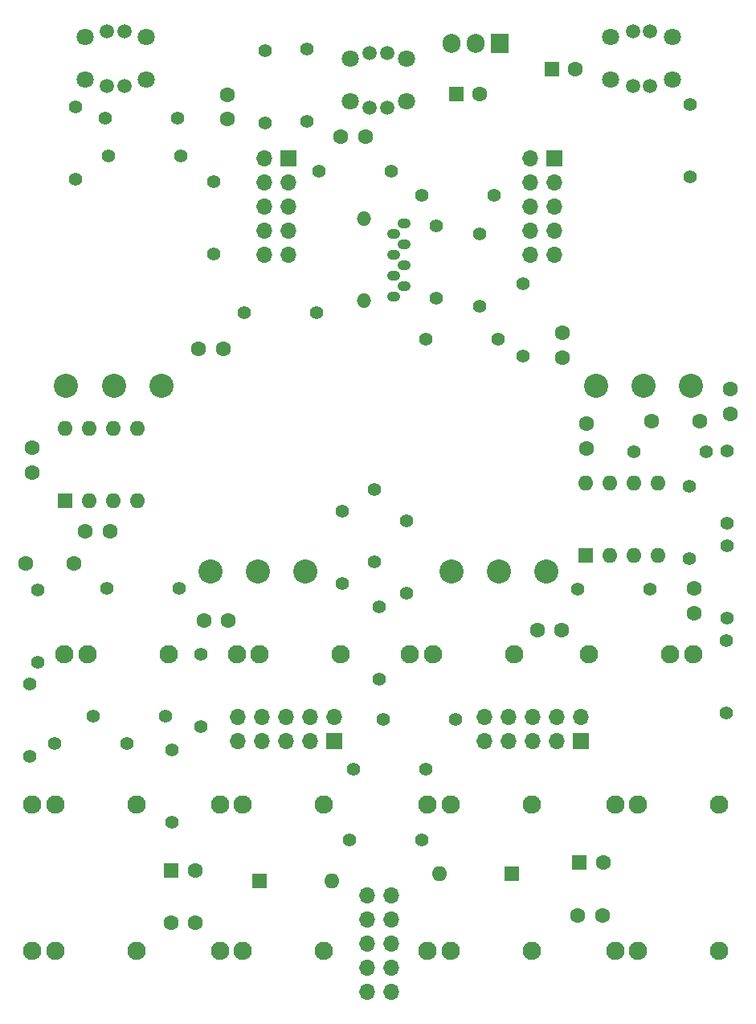
<source format=gbr>
G04 #@! TF.GenerationSoftware,KiCad,Pcbnew,(7.0.0-0)*
G04 #@! TF.CreationDate,2023-03-28T21:35:28-07:00*
G04 #@! TF.ProjectId,Kit-Trig-Sampler,4b69742d-5472-4696-972d-53616d706c65,rev?*
G04 #@! TF.SameCoordinates,PXb745f8PY7402318*
G04 #@! TF.FileFunction,Soldermask,Top*
G04 #@! TF.FilePolarity,Negative*
%FSLAX46Y46*%
G04 Gerber Fmt 4.6, Leading zero omitted, Abs format (unit mm)*
G04 Created by KiCad (PCBNEW (7.0.0-0)) date 2023-03-28 21:35:28*
%MOMM*%
%LPD*%
G01*
G04 APERTURE LIST*
%ADD10C,1.397000*%
%ADD11C,1.600000*%
%ADD12R,1.600000X1.600000*%
%ADD13O,1.600000X1.600000*%
%ADD14R,1.700000X1.700000*%
%ADD15O,1.700000X1.700000*%
%ADD16R,1.905000X2.000000*%
%ADD17O,1.905000X2.000000*%
%ADD18C,1.930400*%
%ADD19C,1.800000*%
%ADD20C,1.500000*%
%ADD21O,1.397000X1.092200*%
%ADD22O,1.524000X1.524000*%
%ADD23C,2.540000*%
G04 APERTURE END LIST*
D10*
G04 #@! TO.C,R17*
X35949000Y19623800D03*
X43569000Y19623800D03*
G04 #@! TD*
D11*
G04 #@! TO.C,C7*
X60017200Y11643800D03*
X62608000Y11643800D03*
G04 #@! TD*
G04 #@! TO.C,C17*
X35017200Y93743800D03*
X37608000Y93743800D03*
G04 #@! TD*
D10*
G04 #@! TO.C,R26*
X40299000Y90043800D03*
X32679000Y90043800D03*
G04 #@! TD*
G04 #@! TO.C,R2*
X39089000Y44153800D03*
X39089000Y36533800D03*
G04 #@! TD*
G04 #@! TO.C,R37*
X75759000Y52983800D03*
X75759000Y60603800D03*
G04 #@! TD*
D12*
G04 #@! TO.C,D2*
X52998999Y16043799D03*
D13*
X45378999Y16043799D03*
G04 #@! TD*
D10*
G04 #@! TO.C,R33*
X43979000Y27093800D03*
X36359000Y27093800D03*
G04 #@! TD*
D14*
G04 #@! TO.C,JC1*
X34340977Y30079999D03*
D15*
X34340977Y32619999D03*
X31800977Y30079999D03*
X31800977Y32619999D03*
X29260977Y30079999D03*
X29260977Y32619999D03*
X26720977Y30079999D03*
X26720977Y32619999D03*
X24180977Y30079999D03*
X24180977Y32619999D03*
G04 #@! TD*
D10*
G04 #@! TO.C,R16*
X31489000Y95333800D03*
X31489000Y102953800D03*
G04 #@! TD*
D11*
G04 #@! TO.C,C1*
X58389000Y70472000D03*
X58389000Y73062800D03*
G04 #@! TD*
D12*
G04 #@! TO.C,C4*
X60188999Y17243799D03*
D11*
X62689000Y17243800D03*
G04 #@! TD*
D10*
G04 #@! TO.C,R5*
X41989000Y53253800D03*
X41989000Y45633800D03*
G04 #@! TD*
G04 #@! TO.C,R14*
X3089000Y45963800D03*
X3089000Y38343800D03*
G04 #@! TD*
G04 #@! TO.C,R25*
X71805800Y97104200D03*
X71805800Y89484200D03*
G04 #@! TD*
D11*
G04 #@! TO.C,C15*
X8078200Y52133800D03*
X10669000Y52133800D03*
G04 #@! TD*
D12*
G04 #@! TO.C,C19*
X57263999Y100818799D03*
D11*
X59764000Y100818800D03*
G04 #@! TD*
D12*
G04 #@! TO.C,C20*
X47188999Y98218799D03*
D11*
X49689000Y98218800D03*
G04 #@! TD*
D12*
G04 #@! TO.C,D1*
X26478999Y15343799D03*
D13*
X34098999Y15343799D03*
G04 #@! TD*
D11*
G04 #@! TO.C,C13*
X72289000Y46115600D03*
X72289000Y43524800D03*
G04 #@! TD*
D10*
G04 #@! TO.C,R23*
X54189000Y78253800D03*
X54189000Y70633800D03*
G04 #@! TD*
D11*
G04 #@! TO.C,C9*
X23160800Y42743800D03*
X20570000Y42743800D03*
G04 #@! TD*
D12*
G04 #@! TO.C,U1*
X60788999Y49633799D03*
D13*
X63328999Y49633799D03*
X65868999Y49633799D03*
X68408999Y49633799D03*
X68408999Y57253799D03*
X65868999Y57253799D03*
X63328999Y57253799D03*
X60788999Y57253799D03*
G04 #@! TD*
D10*
G04 #@! TO.C,R30*
X51562000Y72415400D03*
X43942000Y72415400D03*
G04 #@! TD*
G04 #@! TO.C,R21*
X10219000Y95703800D03*
X17839000Y95703800D03*
G04 #@! TD*
G04 #@! TO.C,R20*
X4829000Y29753800D03*
X12449000Y29753800D03*
G04 #@! TD*
D15*
G04 #@! TO.C,J14*
X37818999Y13823799D03*
X40358999Y13823799D03*
X37818999Y11283799D03*
X40358999Y11283799D03*
X37818999Y8743799D03*
X40358999Y8743799D03*
X37818999Y6203799D03*
X40358999Y6203799D03*
X37818999Y3663799D03*
X40358999Y3663799D03*
G04 #@! TD*
D10*
G04 #@! TO.C,R4*
X20289000Y39153800D03*
X20289000Y31533800D03*
G04 #@! TD*
G04 #@! TO.C,R28*
X21589000Y81333800D03*
X21589000Y88953800D03*
G04 #@! TD*
G04 #@! TO.C,R40*
X27079000Y95173800D03*
X27079000Y102793800D03*
G04 #@! TD*
G04 #@! TO.C,R1*
X75639000Y33043800D03*
X75639000Y40663800D03*
G04 #@! TD*
G04 #@! TO.C,R41*
X18149000Y91653800D03*
X10529000Y91653800D03*
G04 #@! TD*
G04 #@! TO.C,R12*
X47099000Y32343800D03*
X39479000Y32343800D03*
G04 #@! TD*
D11*
G04 #@! TO.C,C8*
X19709800Y10943800D03*
X17119000Y10943800D03*
G04 #@! TD*
D10*
G04 #@! TO.C,R27*
X7061200Y96875600D03*
X7061200Y89255600D03*
G04 #@! TD*
D11*
G04 #@! TO.C,C6*
X67774400Y63743800D03*
X72854400Y63743800D03*
G04 #@! TD*
D10*
G04 #@! TO.C,R6*
X38589000Y56553800D03*
X38589000Y48933800D03*
G04 #@! TD*
G04 #@! TO.C,R9*
X75759000Y42963800D03*
X75759000Y50583800D03*
G04 #@! TD*
G04 #@! TO.C,R32*
X24879000Y75143800D03*
X32499000Y75143800D03*
G04 #@! TD*
D11*
G04 #@! TO.C,C2*
X20017200Y71343800D03*
X22608000Y71343800D03*
G04 #@! TD*
D10*
G04 #@! TO.C,R13*
X10329000Y46143800D03*
X17949000Y46143800D03*
G04 #@! TD*
G04 #@! TO.C,R19*
X45089000Y76663800D03*
X45089000Y84283800D03*
G04 #@! TD*
D12*
G04 #@! TO.C,C5*
X17138999Y16443799D03*
D11*
X19639000Y16443800D03*
G04 #@! TD*
G04 #@! TO.C,C14*
X2489000Y60915600D03*
X2489000Y58324800D03*
G04 #@! TD*
D10*
G04 #@! TO.C,R34*
X17189000Y21533800D03*
X17189000Y29153800D03*
G04 #@! TD*
D14*
G04 #@! TO.C,JA1*
X57530999Y91429991D03*
D15*
X54990999Y91429991D03*
X57530999Y88889991D03*
X54990999Y88889991D03*
X57530999Y86349991D03*
X54990999Y86349991D03*
X57530999Y83809991D03*
X54990999Y83809991D03*
X57530999Y81269991D03*
X54990999Y81269991D03*
G04 #@! TD*
D10*
G04 #@! TO.C,R31*
X49649000Y75813800D03*
X49649000Y83433800D03*
G04 #@! TD*
D12*
G04 #@! TO.C,U2*
X5988999Y55333799D03*
D13*
X8528999Y55333799D03*
X11068999Y55333799D03*
X13608999Y55333799D03*
X13608999Y62953799D03*
X11068999Y62953799D03*
X8528999Y62953799D03*
X5988999Y62953799D03*
G04 #@! TD*
D10*
G04 #@! TO.C,R7*
X8919000Y32673800D03*
X16539000Y32673800D03*
G04 #@! TD*
D16*
G04 #@! TO.C,U3*
X51803999Y103526299D03*
D17*
X49263999Y103526299D03*
X46723999Y103526299D03*
G04 #@! TD*
D11*
G04 #@! TO.C,C12*
X60889000Y60872000D03*
X60889000Y63462800D03*
G04 #@! TD*
G04 #@! TO.C,C16*
X23089000Y95543800D03*
X23089000Y98134600D03*
G04 #@! TD*
D10*
G04 #@! TO.C,R11*
X71789000Y56853800D03*
X71789000Y49233800D03*
G04 #@! TD*
G04 #@! TO.C,R10*
X65879000Y60543800D03*
X73499000Y60543800D03*
G04 #@! TD*
G04 #@! TO.C,R15*
X2239000Y36093800D03*
X2239000Y28473800D03*
G04 #@! TD*
D11*
G04 #@! TO.C,C11*
X6883600Y48763800D03*
X1803600Y48763800D03*
G04 #@! TD*
D10*
G04 #@! TO.C,R18*
X51189000Y87553800D03*
X43569000Y87553800D03*
G04 #@! TD*
D14*
G04 #@! TO.C,JB1*
X60341001Y30079999D03*
D15*
X60341001Y32619999D03*
X57801001Y30079999D03*
X57801001Y32619999D03*
X55261001Y30079999D03*
X55261001Y32619999D03*
X52721001Y30079999D03*
X52721001Y32619999D03*
X50181001Y30079999D03*
X50181001Y32619999D03*
G04 #@! TD*
D10*
G04 #@! TO.C,R8*
X59979000Y46043800D03*
X67599000Y46043800D03*
G04 #@! TD*
D11*
G04 #@! TO.C,C3*
X76089000Y67115600D03*
X76089000Y64524800D03*
G04 #@! TD*
D14*
G04 #@! TO.C,JD1*
X29530979Y91429991D03*
D15*
X26990979Y91429991D03*
X29530979Y88889991D03*
X26990979Y88889991D03*
X29530979Y86349991D03*
X26990979Y86349991D03*
X29530979Y83809991D03*
X26990979Y83809991D03*
X29530979Y81269991D03*
X26990979Y81269991D03*
G04 #@! TD*
D10*
G04 #@! TO.C,R3*
X35189000Y54253800D03*
X35189000Y46633800D03*
G04 #@! TD*
D11*
G04 #@! TO.C,C10*
X55717200Y41743800D03*
X58308000Y41743800D03*
G04 #@! TD*
D18*
G04 #@! TO.C,J10*
X55153000Y23386564D03*
X44180200Y23386564D03*
X46593200Y23386564D03*
G04 #@! TD*
D19*
G04 #@! TO.C,Bank_But1*
X69939000Y104186564D03*
X63439000Y104186564D03*
X69939000Y99686564D03*
X63439000Y99686564D03*
D20*
X67589000Y104836564D03*
X65789000Y104836564D03*
X65789000Y99036564D03*
X67589000Y99036564D03*
G04 #@! TD*
D21*
G04 #@! TO.C,SD1*
X40618999Y76904048D03*
X41718819Y78003868D03*
X40618999Y79103942D03*
X41718819Y80203762D03*
X40618999Y81303836D03*
X41718819Y82403656D03*
X40618999Y83503730D03*
X41718819Y84603550D03*
D22*
X37449079Y76461199D03*
X37449079Y85046399D03*
G04 #@! TD*
D23*
G04 #@! TO.C,POT_LENGTH1*
X31289000Y47919800D03*
X26289000Y47919800D03*
X21289000Y47919800D03*
G04 #@! TD*
D18*
G04 #@! TO.C,J2*
X35046000Y39186564D03*
X24073200Y39186564D03*
X26486200Y39186564D03*
G04 #@! TD*
D23*
G04 #@! TO.C,POT_PITCH1*
X71889000Y67507564D03*
X66889000Y67507564D03*
X61889000Y67507564D03*
G04 #@! TD*
D18*
G04 #@! TO.C,J7*
X33266000Y7961564D03*
X22293200Y7961564D03*
X24706200Y7961564D03*
G04 #@! TD*
G04 #@! TO.C,J6*
X13471000Y23386564D03*
X2498200Y23386564D03*
X4911200Y23386564D03*
G04 #@! TD*
G04 #@! TO.C,J4*
X61182000Y39186564D03*
X72154800Y39186564D03*
X69741800Y39186564D03*
G04 #@! TD*
D19*
G04 #@! TO.C,REV_BUT1*
X14539000Y104186564D03*
X8039000Y104186564D03*
X14539000Y99686564D03*
X8039000Y99686564D03*
D20*
X12189000Y104836564D03*
X10389000Y104836564D03*
X10389000Y99036564D03*
X12189000Y99036564D03*
G04 #@! TD*
D18*
G04 #@! TO.C,J5*
X13471000Y7961564D03*
X2498200Y7961564D03*
X4911200Y7961564D03*
G04 #@! TD*
G04 #@! TO.C,J9*
X55126000Y7961564D03*
X44153200Y7961564D03*
X46566200Y7961564D03*
G04 #@! TD*
G04 #@! TO.C,J8*
X74921000Y23386564D03*
X63948200Y23386564D03*
X66361200Y23386564D03*
G04 #@! TD*
G04 #@! TO.C,J1*
X53271000Y39186564D03*
X42298200Y39186564D03*
X44711200Y39186564D03*
G04 #@! TD*
G04 #@! TO.C,J11*
X74921000Y7961564D03*
X63948200Y7961564D03*
X66361200Y7961564D03*
G04 #@! TD*
G04 #@! TO.C,J13*
X33239000Y23386564D03*
X22266200Y23386564D03*
X24679200Y23386564D03*
G04 #@! TD*
D23*
G04 #@! TO.C,POT_START1*
X56689000Y47875481D03*
X51689000Y47875481D03*
X46689000Y47875481D03*
G04 #@! TD*
D19*
G04 #@! TO.C,PLAY_BUT1*
X41985000Y101911564D03*
X35993000Y101911564D03*
X41985000Y97411564D03*
X35993000Y97411564D03*
D20*
X39889000Y102561564D03*
X38089000Y102561564D03*
X38089000Y96761564D03*
X39889000Y96761564D03*
G04 #@! TD*
D23*
G04 #@! TO.C,POT_SAMP1*
X16089000Y67507564D03*
X11089000Y67507564D03*
X6089000Y67507564D03*
G04 #@! TD*
D18*
G04 #@! TO.C,J3*
X16871000Y39186564D03*
X5898200Y39186564D03*
X8311200Y39186564D03*
G04 #@! TD*
M02*

</source>
